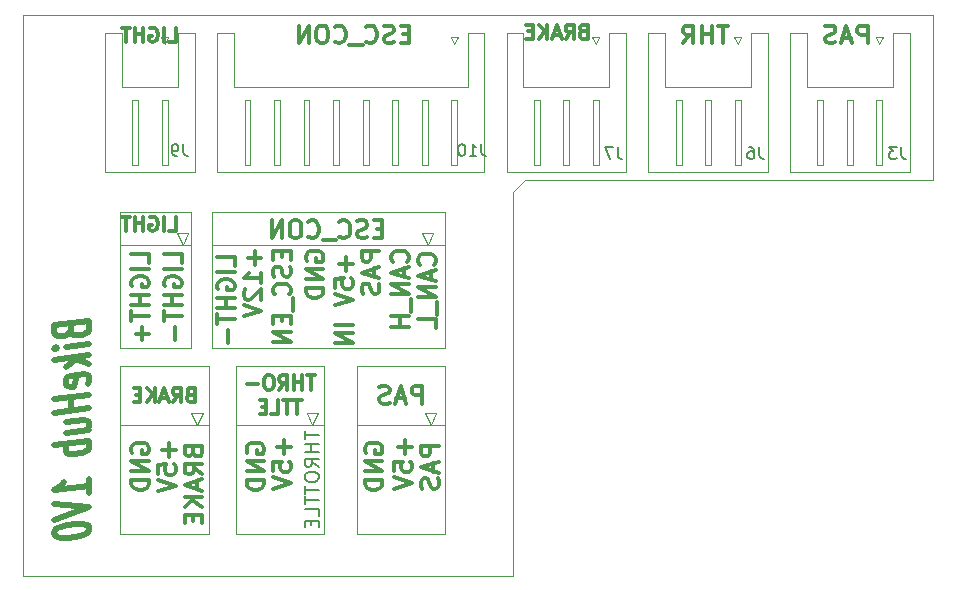
<source format=gbr>
G04 #@! TF.GenerationSoftware,KiCad,Pcbnew,(5.1.2)-2*
G04 #@! TF.CreationDate,2019-11-30T13:10:44+01:00*
G04 #@! TF.ProjectId,bikehub,62696b65-6875-4622-9e6b-696361645f70,rev?*
G04 #@! TF.SameCoordinates,Original*
G04 #@! TF.FileFunction,Legend,Bot*
G04 #@! TF.FilePolarity,Positive*
%FSLAX46Y46*%
G04 Gerber Fmt 4.6, Leading zero omitted, Abs format (unit mm)*
G04 Created by KiCad (PCBNEW (5.1.2)-2) date 2019-11-30 13:10:44*
%MOMM*%
%LPD*%
G04 APERTURE LIST*
%ADD10C,0.500000*%
%ADD11C,0.120000*%
%ADD12C,0.300000*%
%ADD13C,0.200000*%
%ADD14C,0.050000*%
%ADD15C,0.150000*%
G04 APERTURE END LIST*
D10*
X52535714Y-78761458D02*
X52678571Y-79029315D01*
X52821428Y-79106696D01*
X53107142Y-79166220D01*
X53535714Y-79112648D01*
X53821428Y-78981696D01*
X53964285Y-78868601D01*
X54107142Y-78660267D01*
X54107142Y-77898363D01*
X51107142Y-78273363D01*
X51107142Y-78940029D01*
X51250000Y-79112648D01*
X51392857Y-79190029D01*
X51678571Y-79249553D01*
X51964285Y-79213839D01*
X52250000Y-79082886D01*
X52392857Y-78969791D01*
X52535714Y-78761458D01*
X52535714Y-78094791D01*
X54107142Y-79898363D02*
X52107142Y-80148363D01*
X51107142Y-80273363D02*
X51250000Y-80160267D01*
X51392857Y-80237648D01*
X51250000Y-80350744D01*
X51107142Y-80273363D01*
X51392857Y-80237648D01*
X54107142Y-80850744D02*
X51107142Y-81225744D01*
X52964285Y-81184077D02*
X54107142Y-81612648D01*
X52107142Y-81862648D02*
X53250000Y-80957886D01*
X53964285Y-83249553D02*
X54107142Y-83041220D01*
X54107142Y-82660267D01*
X53964285Y-82487648D01*
X53678571Y-82428125D01*
X52535714Y-82570982D01*
X52250000Y-82701934D01*
X52107142Y-82910267D01*
X52107142Y-83291220D01*
X52250000Y-83463839D01*
X52535714Y-83523363D01*
X52821428Y-83487648D01*
X53107142Y-82499553D01*
X54107142Y-84184077D02*
X51107142Y-84559077D01*
X52535714Y-84380505D02*
X52535714Y-85523363D01*
X54107142Y-85326934D02*
X51107142Y-85701934D01*
X52107142Y-87386458D02*
X54107142Y-87136458D01*
X52107142Y-86529315D02*
X53678571Y-86332886D01*
X53964285Y-86392410D01*
X54107142Y-86565029D01*
X54107142Y-86850744D01*
X53964285Y-87059077D01*
X53821428Y-87172172D01*
X54107142Y-88088839D02*
X51107142Y-88463839D01*
X52250000Y-88320982D02*
X52107142Y-88529315D01*
X52107142Y-88910267D01*
X52250000Y-89082886D01*
X52392857Y-89160267D01*
X52678571Y-89219791D01*
X53535714Y-89112648D01*
X53821428Y-88981696D01*
X53964285Y-88868601D01*
X54107142Y-88660267D01*
X54107142Y-88279315D01*
X53964285Y-88106696D01*
X54107142Y-92469791D02*
X54107142Y-91326934D01*
X54107142Y-91898363D02*
X51107142Y-92273363D01*
X51535714Y-92029315D01*
X51821428Y-91803125D01*
X51964285Y-91594791D01*
X51107142Y-93416220D02*
X54107142Y-93707886D01*
X51107142Y-94749553D01*
X51107142Y-95797172D02*
X51107142Y-95987648D01*
X51250000Y-96160267D01*
X51392857Y-96237648D01*
X51678571Y-96297172D01*
X52250000Y-96320982D01*
X52964285Y-96231696D01*
X53535714Y-96065029D01*
X53821428Y-95934077D01*
X53964285Y-95820982D01*
X54107142Y-95612648D01*
X54107142Y-95422172D01*
X53964285Y-95249553D01*
X53821428Y-95172172D01*
X53535714Y-95112648D01*
X52964285Y-95088839D01*
X52250000Y-95178125D01*
X51678571Y-95344791D01*
X51392857Y-95475744D01*
X51250000Y-95588839D01*
X51107142Y-95797172D01*
D11*
X82750000Y-71500000D02*
X83250000Y-70500000D01*
X83250000Y-70500000D02*
X82250000Y-70500000D01*
X82250000Y-70500000D02*
X82750000Y-71500000D01*
X62000000Y-71500000D02*
X62500000Y-70500000D01*
X62500000Y-70500000D02*
X61500000Y-70500000D01*
X61500000Y-70500000D02*
X62000000Y-71500000D01*
X63250000Y-86750000D02*
X63750000Y-85750000D01*
X63750000Y-85750000D02*
X62750000Y-85750000D01*
X62750000Y-85750000D02*
X63250000Y-86750000D01*
X73000000Y-86750000D02*
X73500000Y-85750000D01*
X73500000Y-85750000D02*
X72500000Y-85750000D01*
X72500000Y-85750000D02*
X73000000Y-86750000D01*
X82500000Y-85750000D02*
X83000000Y-86750000D01*
X83500000Y-85750000D02*
X82500000Y-85750000D01*
X83000000Y-86750000D02*
X83500000Y-85750000D01*
D12*
X120000000Y-54428571D02*
X120000000Y-52928571D01*
X119428571Y-52928571D01*
X119285714Y-53000000D01*
X119214285Y-53071428D01*
X119142857Y-53214285D01*
X119142857Y-53428571D01*
X119214285Y-53571428D01*
X119285714Y-53642857D01*
X119428571Y-53714285D01*
X120000000Y-53714285D01*
X118571428Y-54000000D02*
X117857142Y-54000000D01*
X118714285Y-54428571D02*
X118214285Y-52928571D01*
X117714285Y-54428571D01*
X117285714Y-54357142D02*
X117071428Y-54428571D01*
X116714285Y-54428571D01*
X116571428Y-54357142D01*
X116500000Y-54285714D01*
X116428571Y-54142857D01*
X116428571Y-54000000D01*
X116500000Y-53857142D01*
X116571428Y-53785714D01*
X116714285Y-53714285D01*
X117000000Y-53642857D01*
X117142857Y-53571428D01*
X117214285Y-53500000D01*
X117285714Y-53357142D01*
X117285714Y-53214285D01*
X117214285Y-53071428D01*
X117142857Y-53000000D01*
X117000000Y-52928571D01*
X116642857Y-52928571D01*
X116428571Y-53000000D01*
X108162142Y-52928571D02*
X107305000Y-52928571D01*
X107733571Y-54428571D02*
X107733571Y-52928571D01*
X106805000Y-54428571D02*
X106805000Y-52928571D01*
X106805000Y-53642857D02*
X105947857Y-53642857D01*
X105947857Y-54428571D02*
X105947857Y-52928571D01*
X104376428Y-54428571D02*
X104876428Y-53714285D01*
X105233571Y-54428571D02*
X105233571Y-52928571D01*
X104662142Y-52928571D01*
X104519285Y-53000000D01*
X104447857Y-53071428D01*
X104376428Y-53214285D01*
X104376428Y-53428571D01*
X104447857Y-53571428D01*
X104519285Y-53642857D01*
X104662142Y-53714285D01*
X105233571Y-53714285D01*
X95921428Y-53414285D02*
X95750000Y-53471428D01*
X95692857Y-53528571D01*
X95635714Y-53642857D01*
X95635714Y-53814285D01*
X95692857Y-53928571D01*
X95750000Y-53985714D01*
X95864285Y-54042857D01*
X96321428Y-54042857D01*
X96321428Y-52842857D01*
X95921428Y-52842857D01*
X95807142Y-52900000D01*
X95750000Y-52957142D01*
X95692857Y-53071428D01*
X95692857Y-53185714D01*
X95750000Y-53300000D01*
X95807142Y-53357142D01*
X95921428Y-53414285D01*
X96321428Y-53414285D01*
X94435714Y-54042857D02*
X94835714Y-53471428D01*
X95121428Y-54042857D02*
X95121428Y-52842857D01*
X94664285Y-52842857D01*
X94550000Y-52900000D01*
X94492857Y-52957142D01*
X94435714Y-53071428D01*
X94435714Y-53242857D01*
X94492857Y-53357142D01*
X94550000Y-53414285D01*
X94664285Y-53471428D01*
X95121428Y-53471428D01*
X93978571Y-53700000D02*
X93407142Y-53700000D01*
X94092857Y-54042857D02*
X93692857Y-52842857D01*
X93292857Y-54042857D01*
X92892857Y-54042857D02*
X92892857Y-52842857D01*
X92207142Y-54042857D02*
X92721428Y-53357142D01*
X92207142Y-52842857D02*
X92892857Y-53528571D01*
X91692857Y-53414285D02*
X91292857Y-53414285D01*
X91121428Y-54042857D02*
X91692857Y-54042857D01*
X91692857Y-52842857D01*
X91121428Y-52842857D01*
X60850000Y-54292857D02*
X61421428Y-54292857D01*
X61421428Y-53092857D01*
X60450000Y-54292857D02*
X60450000Y-53092857D01*
X59250000Y-53150000D02*
X59364285Y-53092857D01*
X59535714Y-53092857D01*
X59707142Y-53150000D01*
X59821428Y-53264285D01*
X59878571Y-53378571D01*
X59935714Y-53607142D01*
X59935714Y-53778571D01*
X59878571Y-54007142D01*
X59821428Y-54121428D01*
X59707142Y-54235714D01*
X59535714Y-54292857D01*
X59421428Y-54292857D01*
X59250000Y-54235714D01*
X59192857Y-54178571D01*
X59192857Y-53778571D01*
X59421428Y-53778571D01*
X58678571Y-54292857D02*
X58678571Y-53092857D01*
X58678571Y-53664285D02*
X57992857Y-53664285D01*
X57992857Y-54292857D02*
X57992857Y-53092857D01*
X57592857Y-53092857D02*
X56907142Y-53092857D01*
X57250000Y-54292857D02*
X57250000Y-53092857D01*
X81178571Y-53642857D02*
X80678571Y-53642857D01*
X80464285Y-54428571D02*
X81178571Y-54428571D01*
X81178571Y-52928571D01*
X80464285Y-52928571D01*
X79892857Y-54357142D02*
X79678571Y-54428571D01*
X79321428Y-54428571D01*
X79178571Y-54357142D01*
X79107142Y-54285714D01*
X79035714Y-54142857D01*
X79035714Y-54000000D01*
X79107142Y-53857142D01*
X79178571Y-53785714D01*
X79321428Y-53714285D01*
X79607142Y-53642857D01*
X79750000Y-53571428D01*
X79821428Y-53500000D01*
X79892857Y-53357142D01*
X79892857Y-53214285D01*
X79821428Y-53071428D01*
X79750000Y-53000000D01*
X79607142Y-52928571D01*
X79250000Y-52928571D01*
X79035714Y-53000000D01*
X77535714Y-54285714D02*
X77607142Y-54357142D01*
X77821428Y-54428571D01*
X77964285Y-54428571D01*
X78178571Y-54357142D01*
X78321428Y-54214285D01*
X78392857Y-54071428D01*
X78464285Y-53785714D01*
X78464285Y-53571428D01*
X78392857Y-53285714D01*
X78321428Y-53142857D01*
X78178571Y-53000000D01*
X77964285Y-52928571D01*
X77821428Y-52928571D01*
X77607142Y-53000000D01*
X77535714Y-53071428D01*
X77250000Y-54571428D02*
X76107142Y-54571428D01*
X74892857Y-54285714D02*
X74964285Y-54357142D01*
X75178571Y-54428571D01*
X75321428Y-54428571D01*
X75535714Y-54357142D01*
X75678571Y-54214285D01*
X75750000Y-54071428D01*
X75821428Y-53785714D01*
X75821428Y-53571428D01*
X75750000Y-53285714D01*
X75678571Y-53142857D01*
X75535714Y-53000000D01*
X75321428Y-52928571D01*
X75178571Y-52928571D01*
X74964285Y-53000000D01*
X74892857Y-53071428D01*
X73964285Y-52928571D02*
X73678571Y-52928571D01*
X73535714Y-53000000D01*
X73392857Y-53142857D01*
X73321428Y-53428571D01*
X73321428Y-53928571D01*
X73392857Y-54214285D01*
X73535714Y-54357142D01*
X73678571Y-54428571D01*
X73964285Y-54428571D01*
X74107142Y-54357142D01*
X74250000Y-54214285D01*
X74321428Y-53928571D01*
X74321428Y-53428571D01*
X74250000Y-53142857D01*
X74107142Y-53000000D01*
X73964285Y-52928571D01*
X72678571Y-54428571D02*
X72678571Y-52928571D01*
X71821428Y-54428571D01*
X71821428Y-52928571D01*
X57750000Y-89087857D02*
X57678571Y-88945000D01*
X57678571Y-88730714D01*
X57750000Y-88516428D01*
X57892857Y-88373571D01*
X58035714Y-88302142D01*
X58321428Y-88230714D01*
X58535714Y-88230714D01*
X58821428Y-88302142D01*
X58964285Y-88373571D01*
X59107142Y-88516428D01*
X59178571Y-88730714D01*
X59178571Y-88873571D01*
X59107142Y-89087857D01*
X59035714Y-89159285D01*
X58535714Y-89159285D01*
X58535714Y-88873571D01*
X59178571Y-89802142D02*
X57678571Y-89802142D01*
X59178571Y-90659285D01*
X57678571Y-90659285D01*
X59178571Y-91373571D02*
X57678571Y-91373571D01*
X57678571Y-91730714D01*
X57750000Y-91945000D01*
X57892857Y-92087857D01*
X58035714Y-92159285D01*
X58321428Y-92230714D01*
X58535714Y-92230714D01*
X58821428Y-92159285D01*
X58964285Y-92087857D01*
X59107142Y-91945000D01*
X59178571Y-91730714D01*
X59178571Y-91373571D01*
X60857142Y-88302142D02*
X60857142Y-89445000D01*
X61428571Y-88873571D02*
X60285714Y-88873571D01*
X59928571Y-90873571D02*
X59928571Y-90159285D01*
X60642857Y-90087857D01*
X60571428Y-90159285D01*
X60500000Y-90302142D01*
X60500000Y-90659285D01*
X60571428Y-90802142D01*
X60642857Y-90873571D01*
X60785714Y-90945000D01*
X61142857Y-90945000D01*
X61285714Y-90873571D01*
X61357142Y-90802142D01*
X61428571Y-90659285D01*
X61428571Y-90302142D01*
X61357142Y-90159285D01*
X61285714Y-90087857D01*
X59928571Y-91373571D02*
X61428571Y-91873571D01*
X59928571Y-92373571D01*
X62671428Y-84164285D02*
X62500000Y-84221428D01*
X62442857Y-84278571D01*
X62385714Y-84392857D01*
X62385714Y-84564285D01*
X62442857Y-84678571D01*
X62500000Y-84735714D01*
X62614285Y-84792857D01*
X63071428Y-84792857D01*
X63071428Y-83592857D01*
X62671428Y-83592857D01*
X62557142Y-83650000D01*
X62500000Y-83707142D01*
X62442857Y-83821428D01*
X62442857Y-83935714D01*
X62500000Y-84050000D01*
X62557142Y-84107142D01*
X62671428Y-84164285D01*
X63071428Y-84164285D01*
X61185714Y-84792857D02*
X61585714Y-84221428D01*
X61871428Y-84792857D02*
X61871428Y-83592857D01*
X61414285Y-83592857D01*
X61300000Y-83650000D01*
X61242857Y-83707142D01*
X61185714Y-83821428D01*
X61185714Y-83992857D01*
X61242857Y-84107142D01*
X61300000Y-84164285D01*
X61414285Y-84221428D01*
X61871428Y-84221428D01*
X60728571Y-84450000D02*
X60157142Y-84450000D01*
X60842857Y-84792857D02*
X60442857Y-83592857D01*
X60042857Y-84792857D01*
X59642857Y-84792857D02*
X59642857Y-83592857D01*
X58957142Y-84792857D02*
X59471428Y-84107142D01*
X58957142Y-83592857D02*
X59642857Y-84278571D01*
X58442857Y-84164285D02*
X58042857Y-84164285D01*
X57871428Y-84792857D02*
X58442857Y-84792857D01*
X58442857Y-83592857D01*
X57871428Y-83592857D01*
X62892857Y-89052142D02*
X62964285Y-89266428D01*
X63035714Y-89337857D01*
X63178571Y-89409285D01*
X63392857Y-89409285D01*
X63535714Y-89337857D01*
X63607142Y-89266428D01*
X63678571Y-89123571D01*
X63678571Y-88552142D01*
X62178571Y-88552142D01*
X62178571Y-89052142D01*
X62250000Y-89195000D01*
X62321428Y-89266428D01*
X62464285Y-89337857D01*
X62607142Y-89337857D01*
X62750000Y-89266428D01*
X62821428Y-89195000D01*
X62892857Y-89052142D01*
X62892857Y-88552142D01*
X63678571Y-90909285D02*
X62964285Y-90409285D01*
X63678571Y-90052142D02*
X62178571Y-90052142D01*
X62178571Y-90623571D01*
X62250000Y-90766428D01*
X62321428Y-90837857D01*
X62464285Y-90909285D01*
X62678571Y-90909285D01*
X62821428Y-90837857D01*
X62892857Y-90766428D01*
X62964285Y-90623571D01*
X62964285Y-90052142D01*
X63250000Y-91480714D02*
X63250000Y-92195000D01*
X63678571Y-91337857D02*
X62178571Y-91837857D01*
X63678571Y-92337857D01*
X63678571Y-92837857D02*
X62178571Y-92837857D01*
X63678571Y-93695000D02*
X62821428Y-93052142D01*
X62178571Y-93695000D02*
X63035714Y-92837857D01*
X62892857Y-94337857D02*
X62892857Y-94837857D01*
X63678571Y-95052142D02*
X63678571Y-94337857D01*
X62178571Y-94337857D01*
X62178571Y-95052142D01*
D11*
X64250000Y-96000000D02*
X64250000Y-81750000D01*
X64250000Y-81750000D02*
X56750000Y-81750000D01*
X56750000Y-81750000D02*
X56750000Y-96000000D01*
X64250000Y-86750000D02*
X56750000Y-86750000D01*
X56750000Y-96000000D02*
X64250000Y-96000000D01*
D12*
X67500000Y-89087857D02*
X67428571Y-88945000D01*
X67428571Y-88730714D01*
X67500000Y-88516428D01*
X67642857Y-88373571D01*
X67785714Y-88302142D01*
X68071428Y-88230714D01*
X68285714Y-88230714D01*
X68571428Y-88302142D01*
X68714285Y-88373571D01*
X68857142Y-88516428D01*
X68928571Y-88730714D01*
X68928571Y-88873571D01*
X68857142Y-89087857D01*
X68785714Y-89159285D01*
X68285714Y-89159285D01*
X68285714Y-88873571D01*
X68928571Y-89802142D02*
X67428571Y-89802142D01*
X68928571Y-90659285D01*
X67428571Y-90659285D01*
X68928571Y-91373571D02*
X67428571Y-91373571D01*
X67428571Y-91730714D01*
X67500000Y-91945000D01*
X67642857Y-92087857D01*
X67785714Y-92159285D01*
X68071428Y-92230714D01*
X68285714Y-92230714D01*
X68571428Y-92159285D01*
X68714285Y-92087857D01*
X68857142Y-91945000D01*
X68928571Y-91730714D01*
X68928571Y-91373571D01*
X70607142Y-88052142D02*
X70607142Y-89195000D01*
X71178571Y-88623571D02*
X70035714Y-88623571D01*
X69678571Y-90623571D02*
X69678571Y-89909285D01*
X70392857Y-89837857D01*
X70321428Y-89909285D01*
X70250000Y-90052142D01*
X70250000Y-90409285D01*
X70321428Y-90552142D01*
X70392857Y-90623571D01*
X70535714Y-90695000D01*
X70892857Y-90695000D01*
X71035714Y-90623571D01*
X71107142Y-90552142D01*
X71178571Y-90409285D01*
X71178571Y-90052142D01*
X71107142Y-89909285D01*
X71035714Y-89837857D01*
X69678571Y-91123571D02*
X71178571Y-91623571D01*
X69678571Y-92123571D01*
X73192857Y-82542857D02*
X72507142Y-82542857D01*
X72850000Y-83742857D02*
X72850000Y-82542857D01*
X72107142Y-83742857D02*
X72107142Y-82542857D01*
X72107142Y-83114285D02*
X71421428Y-83114285D01*
X71421428Y-83742857D02*
X71421428Y-82542857D01*
X70164285Y-83742857D02*
X70564285Y-83171428D01*
X70850000Y-83742857D02*
X70850000Y-82542857D01*
X70392857Y-82542857D01*
X70278571Y-82600000D01*
X70221428Y-82657142D01*
X70164285Y-82771428D01*
X70164285Y-82942857D01*
X70221428Y-83057142D01*
X70278571Y-83114285D01*
X70392857Y-83171428D01*
X70850000Y-83171428D01*
X69421428Y-82542857D02*
X69192857Y-82542857D01*
X69078571Y-82600000D01*
X68964285Y-82714285D01*
X68907142Y-82942857D01*
X68907142Y-83342857D01*
X68964285Y-83571428D01*
X69078571Y-83685714D01*
X69192857Y-83742857D01*
X69421428Y-83742857D01*
X69535714Y-83685714D01*
X69650000Y-83571428D01*
X69707142Y-83342857D01*
X69707142Y-82942857D01*
X69650000Y-82714285D01*
X69535714Y-82600000D01*
X69421428Y-82542857D01*
X68392857Y-83285714D02*
X67478571Y-83285714D01*
X72078571Y-84642857D02*
X71392857Y-84642857D01*
X71735714Y-85842857D02*
X71735714Y-84642857D01*
X71164285Y-84642857D02*
X70478571Y-84642857D01*
X70821428Y-85842857D02*
X70821428Y-84642857D01*
X69507142Y-85842857D02*
X70078571Y-85842857D01*
X70078571Y-84642857D01*
X69107142Y-85214285D02*
X68707142Y-85214285D01*
X68535714Y-85842857D02*
X69107142Y-85842857D01*
X69107142Y-84642857D01*
X68535714Y-84642857D01*
D13*
X72342857Y-87244285D02*
X72342857Y-87930000D01*
X73542857Y-87587142D02*
X72342857Y-87587142D01*
X73542857Y-88330000D02*
X72342857Y-88330000D01*
X72914285Y-88330000D02*
X72914285Y-89015714D01*
X73542857Y-89015714D02*
X72342857Y-89015714D01*
X73542857Y-90272857D02*
X72971428Y-89872857D01*
X73542857Y-89587142D02*
X72342857Y-89587142D01*
X72342857Y-90044285D01*
X72400000Y-90158571D01*
X72457142Y-90215714D01*
X72571428Y-90272857D01*
X72742857Y-90272857D01*
X72857142Y-90215714D01*
X72914285Y-90158571D01*
X72971428Y-90044285D01*
X72971428Y-89587142D01*
X72342857Y-91015714D02*
X72342857Y-91244285D01*
X72400000Y-91358571D01*
X72514285Y-91472857D01*
X72742857Y-91530000D01*
X73142857Y-91530000D01*
X73371428Y-91472857D01*
X73485714Y-91358571D01*
X73542857Y-91244285D01*
X73542857Y-91015714D01*
X73485714Y-90901428D01*
X73371428Y-90787142D01*
X73142857Y-90730000D01*
X72742857Y-90730000D01*
X72514285Y-90787142D01*
X72400000Y-90901428D01*
X72342857Y-91015714D01*
X72342857Y-91872857D02*
X72342857Y-92558571D01*
X73542857Y-92215714D02*
X72342857Y-92215714D01*
X72342857Y-92787142D02*
X72342857Y-93472857D01*
X73542857Y-93130000D02*
X72342857Y-93130000D01*
X73542857Y-94444285D02*
X73542857Y-93872857D01*
X72342857Y-93872857D01*
X72914285Y-94844285D02*
X72914285Y-95244285D01*
X73542857Y-95415714D02*
X73542857Y-94844285D01*
X72342857Y-94844285D01*
X72342857Y-95415714D01*
D11*
X74000000Y-96000000D02*
X74000000Y-81750000D01*
X74000000Y-81750000D02*
X66500000Y-81750000D01*
X66500000Y-81750000D02*
X66500000Y-96000000D01*
X74000000Y-86750000D02*
X66500000Y-86750000D01*
X66500000Y-96000000D02*
X74000000Y-96000000D01*
D12*
X77500000Y-89087857D02*
X77428571Y-88945000D01*
X77428571Y-88730714D01*
X77500000Y-88516428D01*
X77642857Y-88373571D01*
X77785714Y-88302142D01*
X78071428Y-88230714D01*
X78285714Y-88230714D01*
X78571428Y-88302142D01*
X78714285Y-88373571D01*
X78857142Y-88516428D01*
X78928571Y-88730714D01*
X78928571Y-88873571D01*
X78857142Y-89087857D01*
X78785714Y-89159285D01*
X78285714Y-89159285D01*
X78285714Y-88873571D01*
X78928571Y-89802142D02*
X77428571Y-89802142D01*
X78928571Y-90659285D01*
X77428571Y-90659285D01*
X78928571Y-91373571D02*
X77428571Y-91373571D01*
X77428571Y-91730714D01*
X77500000Y-91945000D01*
X77642857Y-92087857D01*
X77785714Y-92159285D01*
X78071428Y-92230714D01*
X78285714Y-92230714D01*
X78571428Y-92159285D01*
X78714285Y-92087857D01*
X78857142Y-91945000D01*
X78928571Y-91730714D01*
X78928571Y-91373571D01*
X80857142Y-88052142D02*
X80857142Y-89195000D01*
X81428571Y-88623571D02*
X80285714Y-88623571D01*
X79928571Y-90623571D02*
X79928571Y-89909285D01*
X80642857Y-89837857D01*
X80571428Y-89909285D01*
X80500000Y-90052142D01*
X80500000Y-90409285D01*
X80571428Y-90552142D01*
X80642857Y-90623571D01*
X80785714Y-90695000D01*
X81142857Y-90695000D01*
X81285714Y-90623571D01*
X81357142Y-90552142D01*
X81428571Y-90409285D01*
X81428571Y-90052142D01*
X81357142Y-89909285D01*
X81285714Y-89837857D01*
X79928571Y-91123571D02*
X81428571Y-91623571D01*
X79928571Y-92123571D01*
X83678571Y-88552142D02*
X82178571Y-88552142D01*
X82178571Y-89123571D01*
X82250000Y-89266428D01*
X82321428Y-89337857D01*
X82464285Y-89409285D01*
X82678571Y-89409285D01*
X82821428Y-89337857D01*
X82892857Y-89266428D01*
X82964285Y-89123571D01*
X82964285Y-88552142D01*
X83250000Y-89980714D02*
X83250000Y-90695000D01*
X83678571Y-89837857D02*
X82178571Y-90337857D01*
X83678571Y-90837857D01*
X83607142Y-91266428D02*
X83678571Y-91480714D01*
X83678571Y-91837857D01*
X83607142Y-91980714D01*
X83535714Y-92052142D01*
X83392857Y-92123571D01*
X83250000Y-92123571D01*
X83107142Y-92052142D01*
X83035714Y-91980714D01*
X82964285Y-91837857D01*
X82892857Y-91552142D01*
X82821428Y-91409285D01*
X82750000Y-91337857D01*
X82607142Y-91266428D01*
X82464285Y-91266428D01*
X82321428Y-91337857D01*
X82250000Y-91409285D01*
X82178571Y-91552142D01*
X82178571Y-91909285D01*
X82250000Y-92123571D01*
X82250000Y-84928571D02*
X82250000Y-83428571D01*
X81678571Y-83428571D01*
X81535714Y-83500000D01*
X81464285Y-83571428D01*
X81392857Y-83714285D01*
X81392857Y-83928571D01*
X81464285Y-84071428D01*
X81535714Y-84142857D01*
X81678571Y-84214285D01*
X82250000Y-84214285D01*
X80821428Y-84500000D02*
X80107142Y-84500000D01*
X80964285Y-84928571D02*
X80464285Y-83428571D01*
X79964285Y-84928571D01*
X79535714Y-84857142D02*
X79321428Y-84928571D01*
X78964285Y-84928571D01*
X78821428Y-84857142D01*
X78750000Y-84785714D01*
X78678571Y-84642857D01*
X78678571Y-84500000D01*
X78750000Y-84357142D01*
X78821428Y-84285714D01*
X78964285Y-84214285D01*
X79250000Y-84142857D01*
X79392857Y-84071428D01*
X79464285Y-84000000D01*
X79535714Y-83857142D01*
X79535714Y-83714285D01*
X79464285Y-83571428D01*
X79392857Y-83500000D01*
X79250000Y-83428571D01*
X78892857Y-83428571D01*
X78678571Y-83500000D01*
D11*
X84250000Y-86750000D02*
X76750000Y-86750000D01*
X76750000Y-96000000D02*
X84250000Y-96000000D01*
X76750000Y-81750000D02*
X76750000Y-96000000D01*
X84250000Y-81750000D02*
X76750000Y-81750000D01*
X84250000Y-96000000D02*
X84250000Y-81750000D01*
D12*
X60850000Y-70292857D02*
X61421428Y-70292857D01*
X61421428Y-69092857D01*
X60450000Y-70292857D02*
X60450000Y-69092857D01*
X59250000Y-69150000D02*
X59364285Y-69092857D01*
X59535714Y-69092857D01*
X59707142Y-69150000D01*
X59821428Y-69264285D01*
X59878571Y-69378571D01*
X59935714Y-69607142D01*
X59935714Y-69778571D01*
X59878571Y-70007142D01*
X59821428Y-70121428D01*
X59707142Y-70235714D01*
X59535714Y-70292857D01*
X59421428Y-70292857D01*
X59250000Y-70235714D01*
X59192857Y-70178571D01*
X59192857Y-69778571D01*
X59421428Y-69778571D01*
X58678571Y-70292857D02*
X58678571Y-69092857D01*
X58678571Y-69664285D02*
X57992857Y-69664285D01*
X57992857Y-70292857D02*
X57992857Y-69092857D01*
X57592857Y-69092857D02*
X56907142Y-69092857D01*
X57250000Y-70292857D02*
X57250000Y-69092857D01*
D11*
X62750000Y-71500000D02*
X56750000Y-71500000D01*
X62750000Y-80250000D02*
X62750000Y-68750000D01*
X56750000Y-80250000D02*
X62750000Y-80250000D01*
X56750000Y-68750000D02*
X56750000Y-80250000D01*
X62750000Y-68750000D02*
X56750000Y-68750000D01*
D12*
X78928571Y-70142857D02*
X78428571Y-70142857D01*
X78214285Y-70928571D02*
X78928571Y-70928571D01*
X78928571Y-69428571D01*
X78214285Y-69428571D01*
X77642857Y-70857142D02*
X77428571Y-70928571D01*
X77071428Y-70928571D01*
X76928571Y-70857142D01*
X76857142Y-70785714D01*
X76785714Y-70642857D01*
X76785714Y-70500000D01*
X76857142Y-70357142D01*
X76928571Y-70285714D01*
X77071428Y-70214285D01*
X77357142Y-70142857D01*
X77500000Y-70071428D01*
X77571428Y-70000000D01*
X77642857Y-69857142D01*
X77642857Y-69714285D01*
X77571428Y-69571428D01*
X77500000Y-69500000D01*
X77357142Y-69428571D01*
X77000000Y-69428571D01*
X76785714Y-69500000D01*
X75285714Y-70785714D02*
X75357142Y-70857142D01*
X75571428Y-70928571D01*
X75714285Y-70928571D01*
X75928571Y-70857142D01*
X76071428Y-70714285D01*
X76142857Y-70571428D01*
X76214285Y-70285714D01*
X76214285Y-70071428D01*
X76142857Y-69785714D01*
X76071428Y-69642857D01*
X75928571Y-69500000D01*
X75714285Y-69428571D01*
X75571428Y-69428571D01*
X75357142Y-69500000D01*
X75285714Y-69571428D01*
X75000000Y-71071428D02*
X73857142Y-71071428D01*
X72642857Y-70785714D02*
X72714285Y-70857142D01*
X72928571Y-70928571D01*
X73071428Y-70928571D01*
X73285714Y-70857142D01*
X73428571Y-70714285D01*
X73500000Y-70571428D01*
X73571428Y-70285714D01*
X73571428Y-70071428D01*
X73500000Y-69785714D01*
X73428571Y-69642857D01*
X73285714Y-69500000D01*
X73071428Y-69428571D01*
X72928571Y-69428571D01*
X72714285Y-69500000D01*
X72642857Y-69571428D01*
X71714285Y-69428571D02*
X71428571Y-69428571D01*
X71285714Y-69500000D01*
X71142857Y-69642857D01*
X71071428Y-69928571D01*
X71071428Y-70428571D01*
X71142857Y-70714285D01*
X71285714Y-70857142D01*
X71428571Y-70928571D01*
X71714285Y-70928571D01*
X71857142Y-70857142D01*
X72000000Y-70714285D01*
X72071428Y-70428571D01*
X72071428Y-69928571D01*
X72000000Y-69642857D01*
X71857142Y-69500000D01*
X71714285Y-69428571D01*
X70428571Y-70928571D02*
X70428571Y-69428571D01*
X69571428Y-70928571D01*
X69571428Y-69428571D01*
D11*
X84250000Y-71500000D02*
X64500000Y-71500000D01*
X84250000Y-80250000D02*
X84250000Y-68750000D01*
X64500000Y-80250000D02*
X84250000Y-80250000D01*
X64500000Y-68750000D02*
X64500000Y-80250000D01*
X84250000Y-68750000D02*
X64500000Y-68750000D01*
D12*
X83285714Y-73159285D02*
X83357142Y-73087857D01*
X83428571Y-72873571D01*
X83428571Y-72730714D01*
X83357142Y-72516428D01*
X83214285Y-72373571D01*
X83071428Y-72302142D01*
X82785714Y-72230714D01*
X82571428Y-72230714D01*
X82285714Y-72302142D01*
X82142857Y-72373571D01*
X82000000Y-72516428D01*
X81928571Y-72730714D01*
X81928571Y-72873571D01*
X82000000Y-73087857D01*
X82071428Y-73159285D01*
X83000000Y-73730714D02*
X83000000Y-74445000D01*
X83428571Y-73587857D02*
X81928571Y-74087857D01*
X83428571Y-74587857D01*
X83428571Y-75087857D02*
X81928571Y-75087857D01*
X83428571Y-75945000D01*
X81928571Y-75945000D01*
X83571428Y-76302142D02*
X83571428Y-77445000D01*
X83428571Y-78516428D02*
X83428571Y-77802142D01*
X81928571Y-77802142D01*
X81035714Y-72909285D02*
X81107142Y-72837857D01*
X81178571Y-72623571D01*
X81178571Y-72480714D01*
X81107142Y-72266428D01*
X80964285Y-72123571D01*
X80821428Y-72052142D01*
X80535714Y-71980714D01*
X80321428Y-71980714D01*
X80035714Y-72052142D01*
X79892857Y-72123571D01*
X79750000Y-72266428D01*
X79678571Y-72480714D01*
X79678571Y-72623571D01*
X79750000Y-72837857D01*
X79821428Y-72909285D01*
X80750000Y-73480714D02*
X80750000Y-74195000D01*
X81178571Y-73337857D02*
X79678571Y-73837857D01*
X81178571Y-74337857D01*
X81178571Y-74837857D02*
X79678571Y-74837857D01*
X81178571Y-75695000D01*
X79678571Y-75695000D01*
X81321428Y-76052142D02*
X81321428Y-77195000D01*
X81178571Y-77552142D02*
X79678571Y-77552142D01*
X80392857Y-77552142D02*
X80392857Y-78409285D01*
X81178571Y-78409285D02*
X79678571Y-78409285D01*
X78678571Y-72052142D02*
X77178571Y-72052142D01*
X77178571Y-72623571D01*
X77250000Y-72766428D01*
X77321428Y-72837857D01*
X77464285Y-72909285D01*
X77678571Y-72909285D01*
X77821428Y-72837857D01*
X77892857Y-72766428D01*
X77964285Y-72623571D01*
X77964285Y-72052142D01*
X78250000Y-73480714D02*
X78250000Y-74195000D01*
X78678571Y-73337857D02*
X77178571Y-73837857D01*
X78678571Y-74337857D01*
X78607142Y-74766428D02*
X78678571Y-74980714D01*
X78678571Y-75337857D01*
X78607142Y-75480714D01*
X78535714Y-75552142D01*
X78392857Y-75623571D01*
X78250000Y-75623571D01*
X78107142Y-75552142D01*
X78035714Y-75480714D01*
X77964285Y-75337857D01*
X77892857Y-75052142D01*
X77821428Y-74909285D01*
X77750000Y-74837857D01*
X77607142Y-74766428D01*
X77464285Y-74766428D01*
X77321428Y-74837857D01*
X77250000Y-74909285D01*
X77178571Y-75052142D01*
X77178571Y-75409285D01*
X77250000Y-75623571D01*
X75857142Y-72552142D02*
X75857142Y-73695000D01*
X76428571Y-73123571D02*
X75285714Y-73123571D01*
X74928571Y-75123571D02*
X74928571Y-74409285D01*
X75642857Y-74337857D01*
X75571428Y-74409285D01*
X75500000Y-74552142D01*
X75500000Y-74909285D01*
X75571428Y-75052142D01*
X75642857Y-75123571D01*
X75785714Y-75195000D01*
X76142857Y-75195000D01*
X76285714Y-75123571D01*
X76357142Y-75052142D01*
X76428571Y-74909285D01*
X76428571Y-74552142D01*
X76357142Y-74409285D01*
X76285714Y-74337857D01*
X74928571Y-75623571D02*
X76428571Y-76123571D01*
X74928571Y-76623571D01*
X76428571Y-78266428D02*
X74928571Y-78266428D01*
X76428571Y-78980714D02*
X74928571Y-78980714D01*
X76428571Y-79837857D01*
X74928571Y-79837857D01*
X72500000Y-72837857D02*
X72428571Y-72695000D01*
X72428571Y-72480714D01*
X72500000Y-72266428D01*
X72642857Y-72123571D01*
X72785714Y-72052142D01*
X73071428Y-71980714D01*
X73285714Y-71980714D01*
X73571428Y-72052142D01*
X73714285Y-72123571D01*
X73857142Y-72266428D01*
X73928571Y-72480714D01*
X73928571Y-72623571D01*
X73857142Y-72837857D01*
X73785714Y-72909285D01*
X73285714Y-72909285D01*
X73285714Y-72623571D01*
X73928571Y-73552142D02*
X72428571Y-73552142D01*
X73928571Y-74409285D01*
X72428571Y-74409285D01*
X73928571Y-75123571D02*
X72428571Y-75123571D01*
X72428571Y-75480714D01*
X72500000Y-75695000D01*
X72642857Y-75837857D01*
X72785714Y-75909285D01*
X73071428Y-75980714D01*
X73285714Y-75980714D01*
X73571428Y-75909285D01*
X73714285Y-75837857D01*
X73857142Y-75695000D01*
X73928571Y-75480714D01*
X73928571Y-75123571D01*
X70392857Y-72052142D02*
X70392857Y-72552142D01*
X71178571Y-72766428D02*
X71178571Y-72052142D01*
X69678571Y-72052142D01*
X69678571Y-72766428D01*
X71107142Y-73337857D02*
X71178571Y-73552142D01*
X71178571Y-73909285D01*
X71107142Y-74052142D01*
X71035714Y-74123571D01*
X70892857Y-74195000D01*
X70750000Y-74195000D01*
X70607142Y-74123571D01*
X70535714Y-74052142D01*
X70464285Y-73909285D01*
X70392857Y-73623571D01*
X70321428Y-73480714D01*
X70250000Y-73409285D01*
X70107142Y-73337857D01*
X69964285Y-73337857D01*
X69821428Y-73409285D01*
X69750000Y-73480714D01*
X69678571Y-73623571D01*
X69678571Y-73980714D01*
X69750000Y-74195000D01*
X71035714Y-75695000D02*
X71107142Y-75623571D01*
X71178571Y-75409285D01*
X71178571Y-75266428D01*
X71107142Y-75052142D01*
X70964285Y-74909285D01*
X70821428Y-74837857D01*
X70535714Y-74766428D01*
X70321428Y-74766428D01*
X70035714Y-74837857D01*
X69892857Y-74909285D01*
X69750000Y-75052142D01*
X69678571Y-75266428D01*
X69678571Y-75409285D01*
X69750000Y-75623571D01*
X69821428Y-75695000D01*
X71321428Y-75980714D02*
X71321428Y-77123571D01*
X70392857Y-77480714D02*
X70392857Y-77980714D01*
X71178571Y-78195000D02*
X71178571Y-77480714D01*
X69678571Y-77480714D01*
X69678571Y-78195000D01*
X71178571Y-78837857D02*
X69678571Y-78837857D01*
X71178571Y-79695000D01*
X69678571Y-79695000D01*
X68107142Y-72052142D02*
X68107142Y-73195000D01*
X68678571Y-72623571D02*
X67535714Y-72623571D01*
X68678571Y-74695000D02*
X68678571Y-73837857D01*
X68678571Y-74266428D02*
X67178571Y-74266428D01*
X67392857Y-74123571D01*
X67535714Y-73980714D01*
X67607142Y-73837857D01*
X67321428Y-75266428D02*
X67250000Y-75337857D01*
X67178571Y-75480714D01*
X67178571Y-75837857D01*
X67250000Y-75980714D01*
X67321428Y-76052142D01*
X67464285Y-76123571D01*
X67607142Y-76123571D01*
X67821428Y-76052142D01*
X68678571Y-75195000D01*
X68678571Y-76123571D01*
X67178571Y-76552142D02*
X68678571Y-77052142D01*
X67178571Y-77552142D01*
X66428571Y-73266428D02*
X66428571Y-72552142D01*
X64928571Y-72552142D01*
X66428571Y-73766428D02*
X64928571Y-73766428D01*
X65000000Y-75266428D02*
X64928571Y-75123571D01*
X64928571Y-74909285D01*
X65000000Y-74695000D01*
X65142857Y-74552142D01*
X65285714Y-74480714D01*
X65571428Y-74409285D01*
X65785714Y-74409285D01*
X66071428Y-74480714D01*
X66214285Y-74552142D01*
X66357142Y-74695000D01*
X66428571Y-74909285D01*
X66428571Y-75052142D01*
X66357142Y-75266428D01*
X66285714Y-75337857D01*
X65785714Y-75337857D01*
X65785714Y-75052142D01*
X66428571Y-75980714D02*
X64928571Y-75980714D01*
X65642857Y-75980714D02*
X65642857Y-76837857D01*
X66428571Y-76837857D02*
X64928571Y-76837857D01*
X64928571Y-77337857D02*
X64928571Y-78195000D01*
X66428571Y-77766428D02*
X64928571Y-77766428D01*
X65857142Y-78695000D02*
X65857142Y-79837857D01*
X61928571Y-73016428D02*
X61928571Y-72302142D01*
X60428571Y-72302142D01*
X61928571Y-73516428D02*
X60428571Y-73516428D01*
X60500000Y-75016428D02*
X60428571Y-74873571D01*
X60428571Y-74659285D01*
X60500000Y-74445000D01*
X60642857Y-74302142D01*
X60785714Y-74230714D01*
X61071428Y-74159285D01*
X61285714Y-74159285D01*
X61571428Y-74230714D01*
X61714285Y-74302142D01*
X61857142Y-74445000D01*
X61928571Y-74659285D01*
X61928571Y-74802142D01*
X61857142Y-75016428D01*
X61785714Y-75087857D01*
X61285714Y-75087857D01*
X61285714Y-74802142D01*
X61928571Y-75730714D02*
X60428571Y-75730714D01*
X61142857Y-75730714D02*
X61142857Y-76587857D01*
X61928571Y-76587857D02*
X60428571Y-76587857D01*
X60428571Y-77087857D02*
X60428571Y-77945000D01*
X61928571Y-77516428D02*
X60428571Y-77516428D01*
X61357142Y-78445000D02*
X61357142Y-79587857D01*
X59178571Y-73016428D02*
X59178571Y-72302142D01*
X57678571Y-72302142D01*
X59178571Y-73516428D02*
X57678571Y-73516428D01*
X57750000Y-75016428D02*
X57678571Y-74873571D01*
X57678571Y-74659285D01*
X57750000Y-74445000D01*
X57892857Y-74302142D01*
X58035714Y-74230714D01*
X58321428Y-74159285D01*
X58535714Y-74159285D01*
X58821428Y-74230714D01*
X58964285Y-74302142D01*
X59107142Y-74445000D01*
X59178571Y-74659285D01*
X59178571Y-74802142D01*
X59107142Y-75016428D01*
X59035714Y-75087857D01*
X58535714Y-75087857D01*
X58535714Y-74802142D01*
X59178571Y-75730714D02*
X57678571Y-75730714D01*
X58392857Y-75730714D02*
X58392857Y-76587857D01*
X59178571Y-76587857D02*
X57678571Y-76587857D01*
X57678571Y-77087857D02*
X57678571Y-77945000D01*
X59178571Y-77516428D02*
X57678571Y-77516428D01*
X58607142Y-78445000D02*
X58607142Y-79587857D01*
X59178571Y-79016428D02*
X58035714Y-79016428D01*
D14*
X125500000Y-52000000D02*
X48500000Y-52000000D01*
X125500000Y-66000000D02*
X125500000Y-52000000D01*
X91000000Y-66000000D02*
X125500000Y-66000000D01*
X90000000Y-67000000D02*
X91000000Y-66000000D01*
X90000000Y-99500000D02*
X90000000Y-67000000D01*
X48500000Y-99500000D02*
X90000000Y-99500000D01*
X48500000Y-52000000D02*
X48500000Y-99500000D01*
D11*
G04 #@! TO.C,J7*
X96700000Y-53900000D02*
X97000000Y-54500000D01*
X97300000Y-53900000D02*
X96700000Y-53900000D01*
X97000000Y-54500000D02*
X97300000Y-53900000D01*
X91750000Y-59200000D02*
X92250000Y-59200000D01*
X91750000Y-64700000D02*
X91750000Y-59200000D01*
X92250000Y-64700000D02*
X91750000Y-64700000D01*
X92250000Y-59200000D02*
X92250000Y-64700000D01*
X94250000Y-59200000D02*
X94750000Y-59200000D01*
X94250000Y-64700000D02*
X94250000Y-59200000D01*
X94750000Y-64700000D02*
X94250000Y-64700000D01*
X94750000Y-59200000D02*
X94750000Y-64700000D01*
X96750000Y-59200000D02*
X97250000Y-59200000D01*
X96750000Y-64700000D02*
X96750000Y-59200000D01*
X97250000Y-64700000D02*
X96750000Y-64700000D01*
X97250000Y-59200000D02*
X97250000Y-64700000D01*
X90860000Y-58090000D02*
X94500000Y-58090000D01*
X90860000Y-53590000D02*
X90860000Y-58090000D01*
X89440000Y-53590000D02*
X90860000Y-53590000D01*
X89440000Y-65310000D02*
X89440000Y-53590000D01*
X94500000Y-65310000D02*
X89440000Y-65310000D01*
X98140000Y-58090000D02*
X94500000Y-58090000D01*
X98140000Y-53590000D02*
X98140000Y-58090000D01*
X99560000Y-53590000D02*
X98140000Y-53590000D01*
X99560000Y-65310000D02*
X99560000Y-53590000D01*
X94500000Y-65310000D02*
X99560000Y-65310000D01*
G04 #@! TO.C,J10*
X84700000Y-53900000D02*
X85000000Y-54500000D01*
X85300000Y-53900000D02*
X84700000Y-53900000D01*
X85000000Y-54500000D02*
X85300000Y-53900000D01*
X67250000Y-59200000D02*
X67750000Y-59200000D01*
X67250000Y-64700000D02*
X67250000Y-59200000D01*
X67750000Y-64700000D02*
X67250000Y-64700000D01*
X67750000Y-59200000D02*
X67750000Y-64700000D01*
X69750000Y-59200000D02*
X70250000Y-59200000D01*
X69750000Y-64700000D02*
X69750000Y-59200000D01*
X70250000Y-64700000D02*
X69750000Y-64700000D01*
X70250000Y-59200000D02*
X70250000Y-64700000D01*
X72250000Y-59200000D02*
X72750000Y-59200000D01*
X72250000Y-64700000D02*
X72250000Y-59200000D01*
X72750000Y-64700000D02*
X72250000Y-64700000D01*
X72750000Y-59200000D02*
X72750000Y-64700000D01*
X74750000Y-59200000D02*
X75250000Y-59200000D01*
X74750000Y-64700000D02*
X74750000Y-59200000D01*
X75250000Y-64700000D02*
X74750000Y-64700000D01*
X75250000Y-59200000D02*
X75250000Y-64700000D01*
X77250000Y-59200000D02*
X77750000Y-59200000D01*
X77250000Y-64700000D02*
X77250000Y-59200000D01*
X77750000Y-64700000D02*
X77250000Y-64700000D01*
X77750000Y-59200000D02*
X77750000Y-64700000D01*
X79750000Y-59200000D02*
X80250000Y-59200000D01*
X79750000Y-64700000D02*
X79750000Y-59200000D01*
X80250000Y-64700000D02*
X79750000Y-64700000D01*
X80250000Y-59200000D02*
X80250000Y-64700000D01*
X82250000Y-59200000D02*
X82750000Y-59200000D01*
X82250000Y-64700000D02*
X82250000Y-59200000D01*
X82750000Y-64700000D02*
X82250000Y-64700000D01*
X82750000Y-59200000D02*
X82750000Y-64700000D01*
X84750000Y-59200000D02*
X85250000Y-59200000D01*
X84750000Y-64700000D02*
X84750000Y-59200000D01*
X85250000Y-64700000D02*
X84750000Y-64700000D01*
X85250000Y-59200000D02*
X85250000Y-64700000D01*
X66360000Y-58090000D02*
X76250000Y-58090000D01*
X66360000Y-53590000D02*
X66360000Y-58090000D01*
X64940000Y-53590000D02*
X66360000Y-53590000D01*
X64940000Y-65310000D02*
X64940000Y-53590000D01*
X76250000Y-65310000D02*
X64940000Y-65310000D01*
X86140000Y-58090000D02*
X76250000Y-58090000D01*
X86140000Y-53590000D02*
X86140000Y-58090000D01*
X87560000Y-53590000D02*
X86140000Y-53590000D01*
X87560000Y-65310000D02*
X87560000Y-53590000D01*
X76250000Y-65310000D02*
X87560000Y-65310000D01*
G04 #@! TO.C,J9*
X60200000Y-53900000D02*
X60500000Y-54500000D01*
X60800000Y-53900000D02*
X60200000Y-53900000D01*
X60500000Y-54500000D02*
X60800000Y-53900000D01*
X57750000Y-59200000D02*
X58250000Y-59200000D01*
X57750000Y-64700000D02*
X57750000Y-59200000D01*
X58250000Y-64700000D02*
X57750000Y-64700000D01*
X58250000Y-59200000D02*
X58250000Y-64700000D01*
X60250000Y-59200000D02*
X60750000Y-59200000D01*
X60250000Y-64700000D02*
X60250000Y-59200000D01*
X60750000Y-64700000D02*
X60250000Y-64700000D01*
X60750000Y-59200000D02*
X60750000Y-64700000D01*
X56860000Y-58090000D02*
X59250000Y-58090000D01*
X56860000Y-53590000D02*
X56860000Y-58090000D01*
X55440000Y-53590000D02*
X56860000Y-53590000D01*
X55440000Y-65310000D02*
X55440000Y-53590000D01*
X59250000Y-65310000D02*
X55440000Y-65310000D01*
X61640000Y-58090000D02*
X59250000Y-58090000D01*
X61640000Y-53590000D02*
X61640000Y-58090000D01*
X63060000Y-53590000D02*
X61640000Y-53590000D01*
X63060000Y-65310000D02*
X63060000Y-53590000D01*
X59250000Y-65310000D02*
X63060000Y-65310000D01*
G04 #@! TO.C,J6*
X108700000Y-53900000D02*
X109000000Y-54500000D01*
X109300000Y-53900000D02*
X108700000Y-53900000D01*
X109000000Y-54500000D02*
X109300000Y-53900000D01*
X103750000Y-59200000D02*
X104250000Y-59200000D01*
X103750000Y-64700000D02*
X103750000Y-59200000D01*
X104250000Y-64700000D02*
X103750000Y-64700000D01*
X104250000Y-59200000D02*
X104250000Y-64700000D01*
X106250000Y-59200000D02*
X106750000Y-59200000D01*
X106250000Y-64700000D02*
X106250000Y-59200000D01*
X106750000Y-64700000D02*
X106250000Y-64700000D01*
X106750000Y-59200000D02*
X106750000Y-64700000D01*
X108750000Y-59200000D02*
X109250000Y-59200000D01*
X108750000Y-64700000D02*
X108750000Y-59200000D01*
X109250000Y-64700000D02*
X108750000Y-64700000D01*
X109250000Y-59200000D02*
X109250000Y-64700000D01*
X102860000Y-58090000D02*
X106500000Y-58090000D01*
X102860000Y-53590000D02*
X102860000Y-58090000D01*
X101440000Y-53590000D02*
X102860000Y-53590000D01*
X101440000Y-65310000D02*
X101440000Y-53590000D01*
X106500000Y-65310000D02*
X101440000Y-65310000D01*
X110140000Y-58090000D02*
X106500000Y-58090000D01*
X110140000Y-53590000D02*
X110140000Y-58090000D01*
X111560000Y-53590000D02*
X110140000Y-53590000D01*
X111560000Y-65310000D02*
X111560000Y-53590000D01*
X106500000Y-65310000D02*
X111560000Y-65310000D01*
G04 #@! TO.C,J3*
X120700000Y-53900000D02*
X121000000Y-54500000D01*
X121300000Y-53900000D02*
X120700000Y-53900000D01*
X121000000Y-54500000D02*
X121300000Y-53900000D01*
X115750000Y-59200000D02*
X116250000Y-59200000D01*
X115750000Y-64700000D02*
X115750000Y-59200000D01*
X116250000Y-64700000D02*
X115750000Y-64700000D01*
X116250000Y-59200000D02*
X116250000Y-64700000D01*
X118250000Y-59200000D02*
X118750000Y-59200000D01*
X118250000Y-64700000D02*
X118250000Y-59200000D01*
X118750000Y-64700000D02*
X118250000Y-64700000D01*
X118750000Y-59200000D02*
X118750000Y-64700000D01*
X120750000Y-59200000D02*
X121250000Y-59200000D01*
X120750000Y-64700000D02*
X120750000Y-59200000D01*
X121250000Y-64700000D02*
X120750000Y-64700000D01*
X121250000Y-59200000D02*
X121250000Y-64700000D01*
X114860000Y-58090000D02*
X118500000Y-58090000D01*
X114860000Y-53590000D02*
X114860000Y-58090000D01*
X113440000Y-53590000D02*
X114860000Y-53590000D01*
X113440000Y-65310000D02*
X113440000Y-53590000D01*
X118500000Y-65310000D02*
X113440000Y-65310000D01*
X122140000Y-58090000D02*
X118500000Y-58090000D01*
X122140000Y-53590000D02*
X122140000Y-58090000D01*
X123560000Y-53590000D02*
X122140000Y-53590000D01*
X123560000Y-65310000D02*
X123560000Y-53590000D01*
X118500000Y-65310000D02*
X123560000Y-65310000D01*
G04 #@! TD*
G04 #@! TO.C,J7*
D15*
X98833333Y-63202380D02*
X98833333Y-63916666D01*
X98880952Y-64059523D01*
X98976190Y-64154761D01*
X99119047Y-64202380D01*
X99214285Y-64202380D01*
X98452380Y-63202380D02*
X97785714Y-63202380D01*
X98214285Y-64202380D01*
G04 #@! TO.C,J10*
X87309523Y-62952380D02*
X87309523Y-63666666D01*
X87357142Y-63809523D01*
X87452380Y-63904761D01*
X87595238Y-63952380D01*
X87690476Y-63952380D01*
X86309523Y-63952380D02*
X86880952Y-63952380D01*
X86595238Y-63952380D02*
X86595238Y-62952380D01*
X86690476Y-63095238D01*
X86785714Y-63190476D01*
X86880952Y-63238095D01*
X85690476Y-62952380D02*
X85595238Y-62952380D01*
X85500000Y-63000000D01*
X85452380Y-63047619D01*
X85404761Y-63142857D01*
X85357142Y-63333333D01*
X85357142Y-63571428D01*
X85404761Y-63761904D01*
X85452380Y-63857142D01*
X85500000Y-63904761D01*
X85595238Y-63952380D01*
X85690476Y-63952380D01*
X85785714Y-63904761D01*
X85833333Y-63857142D01*
X85880952Y-63761904D01*
X85928571Y-63571428D01*
X85928571Y-63333333D01*
X85880952Y-63142857D01*
X85833333Y-63047619D01*
X85785714Y-63000000D01*
X85690476Y-62952380D01*
G04 #@! TO.C,J9*
X62083333Y-62952380D02*
X62083333Y-63666666D01*
X62130952Y-63809523D01*
X62226190Y-63904761D01*
X62369047Y-63952380D01*
X62464285Y-63952380D01*
X61559523Y-63952380D02*
X61369047Y-63952380D01*
X61273809Y-63904761D01*
X61226190Y-63857142D01*
X61130952Y-63714285D01*
X61083333Y-63523809D01*
X61083333Y-63142857D01*
X61130952Y-63047619D01*
X61178571Y-63000000D01*
X61273809Y-62952380D01*
X61464285Y-62952380D01*
X61559523Y-63000000D01*
X61607142Y-63047619D01*
X61654761Y-63142857D01*
X61654761Y-63380952D01*
X61607142Y-63476190D01*
X61559523Y-63523809D01*
X61464285Y-63571428D01*
X61273809Y-63571428D01*
X61178571Y-63523809D01*
X61130952Y-63476190D01*
X61083333Y-63380952D01*
G04 #@! TO.C,J6*
X110833333Y-63202380D02*
X110833333Y-63916666D01*
X110880952Y-64059523D01*
X110976190Y-64154761D01*
X111119047Y-64202380D01*
X111214285Y-64202380D01*
X109928571Y-63202380D02*
X110119047Y-63202380D01*
X110214285Y-63250000D01*
X110261904Y-63297619D01*
X110357142Y-63440476D01*
X110404761Y-63630952D01*
X110404761Y-64011904D01*
X110357142Y-64107142D01*
X110309523Y-64154761D01*
X110214285Y-64202380D01*
X110023809Y-64202380D01*
X109928571Y-64154761D01*
X109880952Y-64107142D01*
X109833333Y-64011904D01*
X109833333Y-63773809D01*
X109880952Y-63678571D01*
X109928571Y-63630952D01*
X110023809Y-63583333D01*
X110214285Y-63583333D01*
X110309523Y-63630952D01*
X110357142Y-63678571D01*
X110404761Y-63773809D01*
G04 #@! TO.C,J3*
X122833333Y-63202380D02*
X122833333Y-63916666D01*
X122880952Y-64059523D01*
X122976190Y-64154761D01*
X123119047Y-64202380D01*
X123214285Y-64202380D01*
X122452380Y-63202380D02*
X121833333Y-63202380D01*
X122166666Y-63583333D01*
X122023809Y-63583333D01*
X121928571Y-63630952D01*
X121880952Y-63678571D01*
X121833333Y-63773809D01*
X121833333Y-64011904D01*
X121880952Y-64107142D01*
X121928571Y-64154761D01*
X122023809Y-64202380D01*
X122309523Y-64202380D01*
X122404761Y-64154761D01*
X122452380Y-64107142D01*
G04 #@! TD*
M02*

</source>
